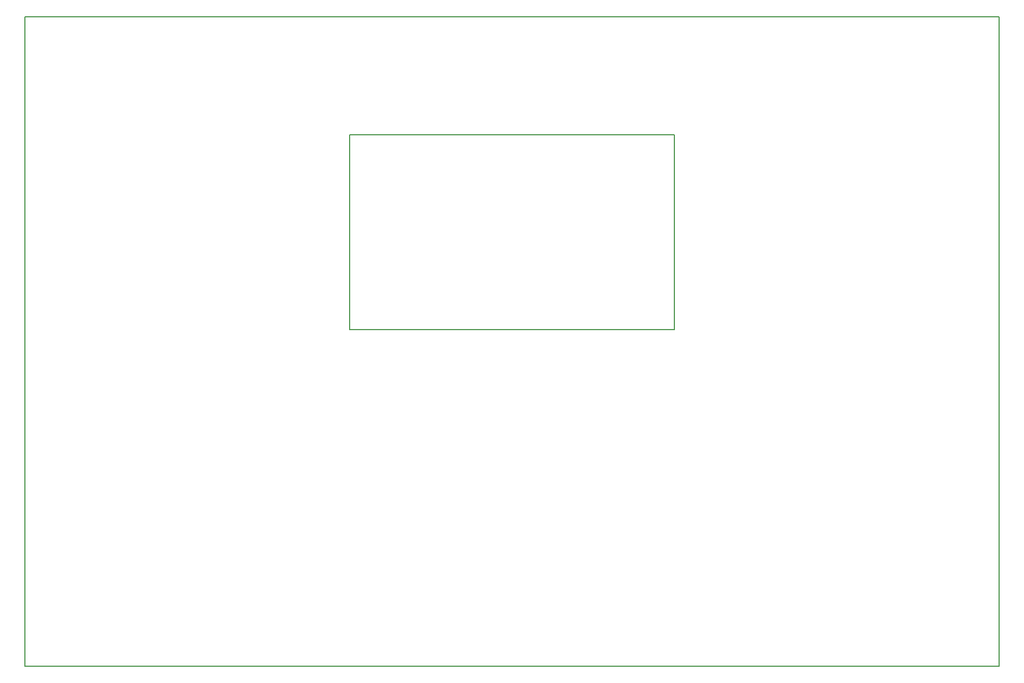
<source format=gbr>
G04 DipTrace 2.4.0.2*
%INBoardOutline.gbr*%
%MOIN*%
%ADD11C,0.0055*%
%FSLAX44Y44*%
G04*
G70*
G90*
G75*
G01*
%LNBoardOutline*%
%LPD*%
X3940Y3940D2*
D11*
X63940D1*
Y43940D1*
X3940D1*
Y3940D1*
X23940Y36690D2*
X43940D1*
Y24690D1*
X23940D1*
Y36690D1*
M02*

</source>
